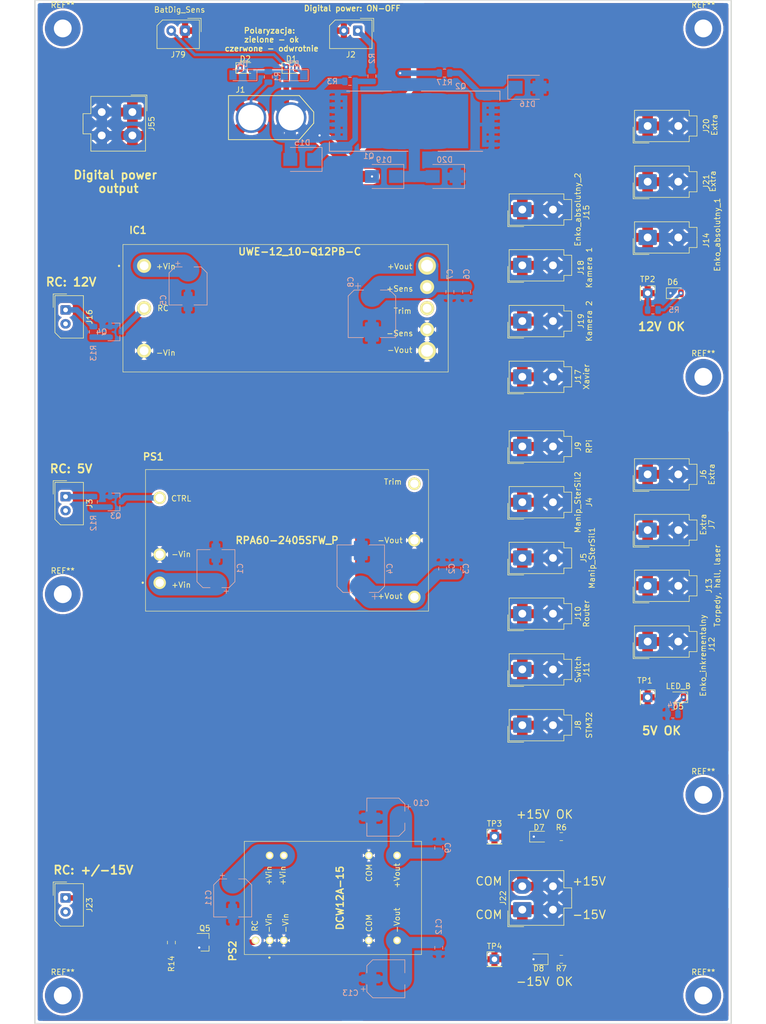
<source format=kicad_pcb>
(kicad_pcb (version 20171130) (host pcbnew "(5.0.2)-1")
  (layers (0 F.Cu signal) (31 B.Cu signal) (34 B.Paste user hide) (35 F.Paste user hide) (36 B.SilkS user) (37 F.SilkS user) (38 B.Mask user) (39 F.Mask user) (44 Edge.Cuts user))
  (net 0 "")
  (net 1 -BattDigit)
  (net 2 +BattDigit)
  (net 3 "Net-(C2-Pad1)")
  (net 4 "Net-(C6-Pad1)")
  (net 5 "Net-(C10-Pad1)")
  (net 6 "Net-(C12-Pad2)")
  (net 7 "Net-(D1-Pad2)")
  (net 8 /logika_main/-Batt)
  (net 9 "Net-(D5-Pad1)")
  (net 10 "Net-(D6-Pad2)")
  (net 11 "Net-(D7-Pad2)")
  (net 12 "Net-(D8-Pad1)")
  (net 13 "Net-(IC1-Pad2)")
  (net 14 "Net-(J2-Pad1)")
  (net 15 "Net-(J3-Pad1)")
  (net 16 "Net-(J16-Pad1)")
  (net 17 "Net-(J23-Pad1)")
  (net 18 "Net-(PS1-Pad3)")
  (net 19 "Net-(PS2-Pad1)")
  (net 20 "Net-(D2-Pad1)")
  (net 21 "Net-(D3-Pad2)")
  (net 22 "Net-(Q3-Pad1)")
  (net 23 "Net-(Q4-Pad1)")
  (net 24 "Net-(Q5-Pad1)")
  (net 25 "Net-(D15-Pad1)")
  (net 26 "Net-(D16-Pad1)")
  (net 27 "Net-(D19-Pad1)")
  (module MountingHole:MountingHole_3.2mm_M3_Pad (layer F.Cu) (at 138.494 155.896)
    (fp_text reference REF** (at 0 -4.2) (layer F.SilkS))
    (fp_text value MountingHole_3.2mm_M3_Pad)
    (pad 1 thru_hole circle (at 0 0) (size 6.4 6.4) (drill 3.2) (layers *.Cu *.Mask))
  )
  (module Connector_PinHeader_2.54mm:PinHeader_1x01_P2.54mm_Vertical (layer F.Cu) (at 128.494 65.896 270)
    (fp_text reference TP2 (at -2.5 0) (layer F.SilkS))
    (fp_text value D_12V)
    (pad 1 thru_hole rect (at 0 0 270) (size 1.7 1.7) (drill 1) (layers *.Cu *.Mask) (net 4 "Net-(C6-Pad1)"))
  )
  (module Resistor_SMD:R_0805_2012Metric (layer B.Cu) (at 78.994 26.9585 270)
    (fp_text reference R2 (at -3.175 0 270) (layer B.SilkS) (effects (justify mirror)))
    (fp_text value 100)
    (pad 1 smd roundrect (at -0.9375 0 270) (size 0.975 1.4) (layers B.Cu B.Paste B.Mask) (net 14 "Net-(J2-Pad1)"))
    (pad 2 smd roundrect (at 0.9375 0 270) (size 0.975 1.4) (layers B.Cu B.Paste B.Mask) (net 25 "Net-(D15-Pad1)"))
  )
  (module Resistor_SMD:R_0805_2012Metric (layer B.Cu) (at 75.0565 27.896 180)
    (fp_text reference R3 (at 3.175 0 180) (layer B.SilkS) (effects (justify mirror)))
    (fp_text value 10k)
    (pad 1 smd roundrect (at -0.9375 0 180) (size 0.975 1.4) (layers B.Cu B.Paste B.Mask) (net 25 "Net-(D15-Pad1)"))
    (pad 2 smd roundrect (at 0.9375 0 180) (size 0.975 1.4) (layers B.Cu B.Paste B.Mask) (net 8 /logika_main/-Batt))
  )
  (module DCW12A-15:DCW12A-15 (layer F.Cu) (at 71.994 174.396 90)
    (fp_text reference PS2 (at -9.5 -18 90) (layer F.SilkS) (effects (font (size 1.27 1.27) (thickness 0.254))))
    (fp_text value DCW12A-15 (at 0 1.27 90) (layer F.SilkS) (effects (font (size 1.27 1.27) (thickness 0.254))))
    (fp_text user RC (at -5 -14 90) (layer F.SilkS))
    (fp_text user -Vin (at -4.5 -11.5 90) (layer F.SilkS))
    (fp_text user -Vin (at -4.5 -8.5 90) (layer F.SilkS))
    (fp_text user +Vin (at 4 -11.5 90) (layer F.SilkS))
    (fp_text user +Vin (at 4 -9 90) (layer F.SilkS))
    (fp_text user COM (at -4.5 6.5 90) (layer F.SilkS))
    (fp_text user COM (at 4.5 6.5 90) (layer F.SilkS))
    (fp_text user -Vout (at -4 11.5 90) (layer F.SilkS))
    (fp_text user +Vout (at 4 11.5 90) (layer F.SilkS))
    (pad 2 thru_hole circle (at -7.62 -11.36 180) (size 1.4 1.4) (drill 0.9) (layers *.Cu *.Mask F.SilkS) (net 1 -BattDigit))
    (pad 3 thru_hole circle (at -7.62 -8.82 180) (size 1.4 1.4) (drill 0.9) (layers *.Cu *.Mask F.SilkS) (net 1 -BattDigit))
    (pad 9 thru_hole circle (at -7.62 6.44 180) (size 1.4 1.4) (drill 0.9) (layers *.Cu *.Mask F.SilkS) (net 1 -BattDigit))
    (pad 11 thru_hole circle (at -7.62 11.52 180) (size 1.4 1.4) (drill 0.9) (layers *.Cu *.Mask F.SilkS) (net 6 "Net-(C12-Pad2)"))
    (pad 14 thru_hole circle (at 7.62 11.52 180) (size 1.4 1.4) (drill 0.9) (layers *.Cu *.Mask F.SilkS) (net 5 "Net-(C10-Pad1)"))
    (pad 16 thru_hole circle (at 7.62 6.44 180) (size 1.4 1.4) (drill 0.9) (layers *.Cu *.Mask F.SilkS) (net 1 -BattDigit))
    (pad 22 thru_hole circle (at 7.62 -8.82 180) (size 1.4 1.4) (drill 0.9) (layers *.Cu *.Mask F.SilkS) (net 2 +BattDigit))
    (pad 23 thru_hole circle (at 7.62 -11.36 180) (size 1.4 1.4) (drill 0.9) (layers *.Cu *.Mask F.SilkS) (net 2 +BattDigit))
    (pad 1 thru_hole circle (at -7.62 -13.9 180) (size 1.4 1.4) (drill 0.9) (layers *.Cu *.Mask F.SilkS) (net 19 "Net-(PS2-Pad1)"))
  )
  (module UWE-12_10-Q12P-C:UWE-12_10-Q12P-C (layer F.Cu) (at 63.494 68.596)
    (fp_text reference IC1 (at -26.5 -14) (layer F.SilkS) (effects (font (size 1.27 1.27) (thickness 0.254))))
    (fp_text value UWE-12_10-Q12PB-C (at 2.54 -10.16) (layer F.SilkS) (effects (font (size 1.27 1.27) (thickness 0.254))))
    (fp_text user +Vin (at -21.5 -7.5) (layer F.SilkS))
    (fp_text user -Vin (at -21.5 8) (layer F.SilkS))
    (fp_text user RC (at -22 0) (layer F.SilkS))
    (fp_text user -Vout (at 20.5 7.5) (layer F.SilkS))
    (fp_text user +Vout (at 20.5 -7.5) (layer F.SilkS))
    (fp_text user +Sens (at 20.5 -3.5) (layer F.SilkS))
    (fp_text user -Sens (at 20.5 4.5) (layer F.SilkS))
    (fp_text user Trim (at 21 0.5) (layer F.SilkS))
    (pad 1 thru_hole circle (at -25.4 -7.62 90) (size 2.54 2.54) (drill 1.5748) (layers *.Cu *.Mask F.SilkS) (net 2 +BattDigit))
    (pad 2 thru_hole circle (at -25.4 0 90) (size 2.54 2.54) (drill 1.5748) (layers *.Cu *.Mask F.SilkS) (net 13 "Net-(IC1-Pad2)"))
    (pad 3 thru_hole circle (at -25.4 7.62 90) (size 2.54 2.54) (drill 1.5748) (layers *.Cu *.Mask F.SilkS) (net 1 -BattDigit))
    (pad 4 thru_hole circle (at 25.4 7.62 90) (size 3.2 3.2) (drill 2.1336) (layers *.Cu *.Mask F.SilkS) (net 1 -BattDigit))
    (pad 5 thru_hole circle (at 25.4 3.81 90) (size 2.54 2.54) (drill 1.5748) (layers *.Cu *.Mask F.SilkS) (net 1 -BattDigit))
    (pad 6 thru_hole circle (at 25.4 0 90) (size 2.54 2.54) (drill 1.5748) (layers *.Cu *.Mask F.SilkS))
    (pad 7 thru_hole circle (at 25.4 -3.81 90) (size 2.54 2.54) (drill 1.5748) (layers *.Cu *.Mask F.SilkS) (net 4 "Net-(C6-Pad1)"))
    (pad 8 thru_hole circle (at 25.4 -7.62 90) (size 3.2 3.2) (drill 2.1336) (layers *.Cu *.Mask F.SilkS) (net 4 "Net-(C6-Pad1)"))
  )
  (module LED_SMD:LED_0805_2012Metric (layer F.Cu) (at 133.534 65.896)
    (fp_text reference D6 (at -0.54 -2 180) (layer F.SilkS))
    (fp_text value LED_B)
    (pad 1 smd roundrect (at -0.9375 0) (size 0.975 1.4) (layers F.Cu F.Paste F.Mask) (net 1 -BattDigit))
    (pad 2 smd roundrect (at 0.9375 0) (size 0.975 1.4) (layers F.Cu F.Paste F.Mask) (net 10 "Net-(D6-Pad2)"))
  )
  (module molex_3d_2pin:Molex_Mini-Fit_Jr_5566-02A_2x01_P4.20mm_Vertical (layer F.Cu) (at 105.994 50.896 90)
    (fp_text reference J15 (at -0.5 11.5 90) (layer F.SilkS))
    (fp_text value Enko_absolutny_2 (at 0 9.95 90) (layer F.SilkS))
    (pad 1 thru_hole roundrect (at 0 0 90) (size 2.7 3.3) (drill 1.4) (layers *.Cu *.Mask) (roundrect_rratio 0.09259299999999999) (net 4 "Net-(C6-Pad1)"))
    (pad 2 thru_hole oval (at 0 5.5 90) (size 2.7 3.3) (drill 1.4) (layers *.Cu *.Mask) (net 1 -BattDigit))
  )
  (module molex_3d_2pin:Molex_Mini-Fit_Jr_5566-02A_2x01_P4.20mm_Vertical (layer F.Cu) (at 128.494 35.896 90)
    (fp_text reference J20 (at 0 10.52 90) (layer F.SilkS))
    (fp_text value Extra (at 0.18 12 90) (layer F.SilkS))
    (pad 1 thru_hole roundrect (at 0 0 90) (size 2.7 3.3) (drill 1.4) (layers *.Cu *.Mask) (roundrect_rratio 0.09259299999999999) (net 4 "Net-(C6-Pad1)"))
    (pad 2 thru_hole oval (at 0 5.5 90) (size 2.7 3.3) (drill 1.4) (layers *.Cu *.Mask) (net 1 -BattDigit))
  )
  (module molex_3d_2pin:Molex_Mini-Fit_Jr_5566-02A_2x01_P4.20mm_Vertical (layer F.Cu) (at 105.994 60.896 90)
    (fp_text reference J18 (at -0.42 10.5 90) (layer F.SilkS))
    (fp_text value "Kamera 1" (at -0.42 12 90) (layer F.SilkS))
    (pad 1 thru_hole roundrect (at 0 0 90) (size 2.7 3.3) (drill 1.4) (layers *.Cu *.Mask) (roundrect_rratio 0.09259299999999999) (net 4 "Net-(C6-Pad1)"))
    (pad 2 thru_hole oval (at 0 5.5 90) (size 2.7 3.3) (drill 1.4) (layers *.Cu *.Mask) (net 1 -BattDigit))
  )
  (module molex_3d_2pin:Molex_Mini-Fit_Jr_5566-02A_2x01_P4.20mm_Vertical (layer F.Cu) (at 105.994 80.896 90)
    (fp_text reference J17 (at 0 10 90) (layer F.SilkS))
    (fp_text value Xavier (at 0 11.5 90) (layer F.SilkS))
    (pad 2 thru_hole oval (at 0 5.5 90) (size 2.7 3.3) (drill 1.4) (layers *.Cu *.Mask) (net 1 -BattDigit))
    (pad 1 thru_hole roundrect (at 0 0 90) (size 2.7 3.3) (drill 1.4) (layers *.Cu *.Mask) (roundrect_rratio 0.09259299999999999) (net 4 "Net-(C6-Pad1)"))
  )
  (module molex_3d_2pin:Molex_Mini-Fit_Jr_5566-02A_2x01_P4.20mm_Vertical (layer F.Cu) (at 128.494 45.896 90)
    (fp_text reference J21 (at 0 10.52 90) (layer F.SilkS))
    (fp_text value Extra (at 0.075 11.695 90) (layer F.SilkS))
    (pad 2 thru_hole oval (at 0 5.5 90) (size 2.7 3.3) (drill 1.4) (layers *.Cu *.Mask) (net 1 -BattDigit))
    (pad 1 thru_hole roundrect (at 0 0 90) (size 2.7 3.3) (drill 1.4) (layers *.Cu *.Mask) (roundrect_rratio 0.09259299999999999) (net 4 "Net-(C6-Pad1)"))
  )
  (module molex_3d_2pin:Molex_Mini-Fit_Jr_5566-02A_2x01_P4.20mm_Vertical (layer F.Cu) (at 128.494 55.896 90)
    (fp_text reference J14 (at -0.5 10.5 90) (layer F.SilkS))
    (fp_text value Enko_absolutny_1 (at 0.5 12.5 90) (layer F.SilkS))
    (pad 2 thru_hole oval (at 0 5.5 90) (size 2.7 3.3) (drill 1.4) (layers *.Cu *.Mask) (net 1 -BattDigit))
    (pad 1 thru_hole roundrect (at 0 0 90) (size 2.7 3.3) (drill 1.4) (layers *.Cu *.Mask) (roundrect_rratio 0.09259299999999999) (net 4 "Net-(C6-Pad1)"))
  )
  (module molex_3d_2pin:Molex_Mini-Fit_Jr_5566-02A_2x01_P4.20mm_Vertical (layer F.Cu) (at 105.994 70.896 90)
    (fp_text reference J19 (at 0 10.52 90) (layer F.SilkS))
    (fp_text value "Kamera 2" (at 0 12 90) (layer F.SilkS))
    (pad 2 thru_hole oval (at 0 5.5 90) (size 2.7 3.3) (drill 1.4) (layers *.Cu *.Mask) (net 1 -BattDigit))
    (pad 1 thru_hole roundrect (at 0 0 90) (size 2.7 3.3) (drill 1.4) (layers *.Cu *.Mask) (roundrect_rratio 0.09259299999999999) (net 4 "Net-(C6-Pad1)"))
  )
  (module Connector_Molex:Molex_SPOX_5267-02A_1x02_P2.50mm_Vertical (layer F.Cu) (at 23.994 68.896 270)
    (fp_text reference J16 (at 1.25 -4.3 270) (layer F.SilkS))
    (fp_text value RC_D_12V)
    (pad 2 thru_hole oval (at 2.5 0 270) (size 1.7 1.85) (drill 0.85) (layers *.Cu *.Mask))
    (pad 1 thru_hole roundrect (at 0 0 270) (size 1.7 1.85) (drill 0.85) (layers *.Cu *.Mask) (roundrect_rratio 0.147059) (net 16 "Net-(J16-Pad1)"))
  )
  (module Resistor_SMD:R_0805_2012Metric (layer B.Cu) (at 28.994 72.8335 90)
    (fp_text reference R13 (at -3.81 0 90) (layer B.SilkS) (effects (justify mirror)))
    (fp_text value 3k3)
    (pad 2 smd roundrect (at 0.9375 0 90) (size 0.975 1.4) (layers B.Cu B.Paste B.Mask) (net 16 "Net-(J16-Pad1)"))
    (pad 1 smd roundrect (at -0.9375 0 90) (size 0.975 1.4) (layers B.Cu B.Paste B.Mask) (net 23 "Net-(Q4-Pad1)"))
  )
  (module Package_TO_SOT_SMD:SOT-23 (layer B.Cu) (at 32.994 72.846)
    (fp_text reference Q4 (at -2.54 0) (layer B.SilkS) (effects (justify mirror)))
    (fp_text value BC847A)
    (pad 3 smd rect (at 1 0) (size 0.9 0.8) (layers B.Cu B.Paste B.Mask) (net 13 "Net-(IC1-Pad2)"))
    (pad 2 smd rect (at -1 -0.95) (size 0.9 0.8) (layers B.Cu B.Paste B.Mask) (net 1 -BattDigit))
    (pad 1 smd rect (at -1 0.95) (size 0.9 0.8) (layers B.Cu B.Paste B.Mask) (net 23 "Net-(Q4-Pad1)"))
  )
  (module Resistor_SMD:R_0805_2012Metric (layer B.Cu) (at 129.4315 68.896 180)
    (fp_text reference R5 (at -3.81 0 180) (layer B.SilkS) (effects (justify mirror)))
    (fp_text value 1k8)
    (pad 1 smd roundrect (at -0.9375 0 180) (size 0.975 1.4) (layers B.Cu B.Paste B.Mask) (net 10 "Net-(D6-Pad2)"))
    (pad 2 smd roundrect (at 0.9375 0 180) (size 0.975 1.4) (layers B.Cu B.Paste B.Mask) (net 4 "Net-(C6-Pad1)"))
  )
  (module Capacitor_SMD:CP_Elec_6.3x5.4 (layer B.Cu) (at 50.994 115.316 90)
    (fp_text reference C1 (at 0 4.35 90) (layer B.SilkS) (effects (justify mirror)))
    (fp_text value 33uF)
    (pad 2 smd roundrect (at 2.8 0 90) (size 3.5 1.6) (layers B.Cu B.Paste B.Mask) (roundrect_rratio 0.15625) (net 1 -BattDigit))
    (pad 1 smd roundrect (at -2.8 0 90) (size 3.5 1.6) (layers B.Cu B.Paste B.Mask) (roundrect_rratio 0.15625) (net 2 +BattDigit))
  )
  (module Capacitor_SMD:C_0805_2012Metric (layer B.Cu) (at 91.694 115.316 90)
    (fp_text reference C2 (at 0 1.65 90) (layer B.SilkS) (effects (justify mirror)))
    (fp_text value 100nF)
    (pad 2 smd roundrect (at 0.9375 0 90) (size 0.975 1.4) (layers B.Cu B.Paste B.Mask) (net 1 -BattDigit))
    (pad 1 smd roundrect (at -0.9375 0 90) (size 0.975 1.4) (layers B.Cu B.Paste B.Mask) (net 3 "Net-(C2-Pad1)"))
  )
  (module Capacitor_SMD:CP_Elec_8x10 (layer B.Cu) (at 76.994 115.316 90)
    (fp_text reference C4 (at 0 5.2 90) (layer B.SilkS) (effects (justify mirror)))
    (fp_text value 200uF)
    (pad 1 smd roundrect (at -3.25 0 90) (size 3.5 2.5) (layers B.Cu B.Paste B.Mask) (roundrect_rratio 0.1) (net 3 "Net-(C2-Pad1)"))
    (pad 2 smd roundrect (at 3.25 0 90) (size 3.5 2.5) (layers B.Cu B.Paste B.Mask) (roundrect_rratio 0.1) (net 1 -BattDigit))
  )
  (module Capacitor_SMD:C_0805_2012Metric (layer B.Cu) (at 94.234 115.316 90)
    (fp_text reference C3 (at 0 1.65 90) (layer B.SilkS) (effects (justify mirror)))
    (fp_text value 10uF)
    (pad 2 smd roundrect (at 0.9375 0 90) (size 0.975 1.4) (layers B.Cu B.Paste B.Mask) (net 1 -BattDigit))
    (pad 1 smd roundrect (at -0.9375 0 90) (size 0.975 1.4) (layers B.Cu B.Paste B.Mask) (net 3 "Net-(C2-Pad1)"))
  )
  (module RPA60-2405SFW_P:RPA60-2405SFW_P (layer F.Cu) (at 63.754 110.236)
    (fp_text reference PS1 (at -24 -15) (layer F.SilkS) (effects (font (size 1.27 1.27) (thickness 0.254))))
    (fp_text value RPA60-2405SFW_P (at 0 0) (layer F.SilkS) (effects (font (size 1.27 1.27) (thickness 0.254))))
    (fp_text user +Vout (at 18.5 10) (layer F.SilkS))
    (fp_text user -Vout (at 18.5 0) (layer F.SilkS))
    (fp_text user Trim (at 19 -10.5) (layer F.SilkS))
    (fp_text user CTRL (at -19 -7.5) (layer F.SilkS))
    (fp_text user -Vin (at -19 2.5) (layer F.SilkS))
    (fp_text user +Vin (at -19 8) (layer F.SilkS))
    (pad 6 thru_hole circle (at 22.86 10.16 90) (size 2.25 2.25) (drill 1.5) (layers *.Cu *.Mask F.SilkS) (net 3 "Net-(C2-Pad1)"))
    (pad 5 thru_hole circle (at 22.86 0 90) (size 2.25 2.25) (drill 1.5) (layers *.Cu *.Mask F.SilkS) (net 1 -BattDigit))
    (pad 4 thru_hole circle (at 22.86 -10.16 90) (size 2.25 2.25) (drill 1.5) (layers *.Cu *.Mask F.SilkS))
    (pad 3 thru_hole circle (at -22.86 -7.62 90) (size 2.25 2.25) (drill 1.5) (layers *.Cu *.Mask F.SilkS) (net 18 "Net-(PS1-Pad3)"))
    (pad 2 thru_hole circle (at -22.86 2.54 90) (size 2.25 2.25) (drill 1.5) (layers *.Cu *.Mask F.SilkS) (net 1 -BattDigit))
    (pad 1 thru_hole circle (at -22.86 7.62 90) (size 2.25 2.25) (drill 1.5) (layers *.Cu *.Mask F.SilkS) (net 2 +BattDigit))
  )
  (module Capacitor_SMD:CP_Elec_6.3x5.4 (layer B.Cu) (at 45.994 64.596 270)
    (fp_text reference C5 (at 2.54 4.445 270) (layer B.SilkS) (effects (justify mirror)))
    (fp_text value 33uF)
    (pad 2 smd roundrect (at 2.8 0 270) (size 3.5 1.6) (layers B.Cu B.Paste B.Mask) (roundrect_rratio 0.15625) (net 1 -BattDigit))
    (pad 1 smd roundrect (at -2.8 0 270) (size 3.5 1.6) (layers B.Cu B.Paste B.Mask) (roundrect_rratio 0.15625) (net 2 +BattDigit))
  )
  (module Capacitor_SMD:C_0805_2012Metric (layer B.Cu) (at 95.994 65.6585 270)
    (fp_text reference C6 (at -3.175 0 270) (layer B.SilkS) (effects (justify mirror)))
    (fp_text value 100nF)
    (pad 2 smd roundrect (at 0.9375 0 270) (size 0.975 1.4) (layers B.Cu B.Paste B.Mask) (net 1 -BattDigit))
    (pad 1 smd roundrect (at -0.9375 0 270) (size 0.975 1.4) (layers B.Cu B.Paste B.Mask) (net 4 "Net-(C6-Pad1)"))
  )
  (module Capacitor_SMD:C_0805_2012Metric (layer B.Cu) (at 92.994 65.6585 270)
    (fp_text reference C7 (at -3.175 0 270) (layer B.SilkS) (effects (justify mirror)))
    (fp_text value 10uF)
    (pad 1 smd roundrect (at -0.9375 0 270) (size 0.975 1.4) (layers B.Cu B.Paste B.Mask) (net 4 "Net-(C6-Pad1)"))
    (pad 2 smd roundrect (at 0.9375 0 270) (size 0.975 1.4) (layers B.Cu B.Paste B.Mask) (net 1 -BattDigit))
  )
  (module Capacitor_SMD:CP_Elec_8x10 (layer B.Cu) (at 78.994 69.596 270)
    (fp_text reference C8 (at -5.715 3.81 270) (layer B.SilkS) (effects (justify mirror)))
    (fp_text value 200uF)
    (pad 2 smd roundrect (at 3.25 0 270) (size 3.5 2.5) (layers B.Cu B.Paste B.Mask) (roundrect_rratio 0.1) (net 1 -BattDigit))
    (pad 1 smd roundrect (at -3.25 0 270) (size 3.5 2.5) (layers B.Cu B.Paste B.Mask) (roundrect_rratio 0.1) (net 4 "Net-(C6-Pad1)"))
  )
  (module Capacitor_SMD:C_0805_2012Metric (layer B.Cu) (at 90.994 165.396 90)
    (fp_text reference C9 (at 0 1.65 90) (layer B.SilkS) (effects (justify mirror)))
    (fp_text value 100nF)
    (pad 1 smd roundrect (at -0.9375 0 90) (size 0.975 1.4) (layers B.Cu B.Paste B.Mask) (net 5 "Net-(C10-Pad1)"))
    (pad 2 smd roundrect (at 0.9375 0 90) (size 0.975 1.4) (layers B.Cu B.Paste B.Mask) (net 1 -BattDigit))
  )
  (module Capacitor_SMD:CP_Elec_6.3x7.7 (layer B.Cu) (at 81.494 159.896 180)
    (fp_text reference C10 (at -6.35 2.54 180) (layer B.SilkS) (effects (justify mirror)))
    (fp_text value 100uF)
    (pad 2 smd roundrect (at 2.7 0 180) (size 3.5 1.6) (layers B.Cu B.Paste B.Mask) (roundrect_rratio 0.15625) (net 1 -BattDigit))
    (pad 1 smd roundrect (at -2.7 0 180) (size 3.5 1.6) (layers B.Cu B.Paste B.Mask) (roundrect_rratio 0.15625) (net 5 "Net-(C10-Pad1)"))
  )
  (module Capacitor_SMD:CP_Elec_6.3x5.4 (layer B.Cu) (at 53.994 174.396 270)
    (fp_text reference C11 (at 0 4.35 270) (layer B.SilkS) (effects (justify mirror)))
    (fp_text value 33uF)
    (pad 1 smd roundrect (at -2.8 0 270) (size 3.5 1.6) (layers B.Cu B.Paste B.Mask) (roundrect_rratio 0.15625) (net 2 +BattDigit))
    (pad 2 smd roundrect (at 2.8 0 270) (size 3.5 1.6) (layers B.Cu B.Paste B.Mask) (roundrect_rratio 0.15625) (net 1 -BattDigit))
  )
  (module Capacitor_SMD:C_0805_2012Metric (layer B.Cu) (at 90.994 183.3335 90)
    (fp_text reference C12 (at 3.81 0 90) (layer B.SilkS) (effects (justify mirror)))
    (fp_text value 100nF)
    (pad 2 smd roundrect (at 0.9375 0 90) (size 0.975 1.4) (layers B.Cu B.Paste B.Mask) (net 6 "Net-(C12-Pad2)"))
    (pad 1 smd roundrect (at -0.9375 0 90) (size 0.975 1.4) (layers B.Cu B.Paste B.Mask) (net 1 -BattDigit))
  )
  (module Capacitor_SMD:CP_Elec_6.3x7.7 (layer B.Cu) (at 81.494 188.896)
    (fp_text reference C13 (at -6.35 2.54) (layer B.SilkS) (effects (justify mirror)))
    (fp_text value 100uF)
    (pad 1 smd roundrect (at -2.7 0) (size 3.5 1.6) (layers B.Cu B.Paste B.Mask) (roundrect_rratio 0.15625) (net 1 -BattDigit))
    (pad 2 smd roundrect (at 2.7 0) (size 3.5 1.6) (layers B.Cu B.Paste B.Mask) (roundrect_rratio 0.15625) (net 6 "Net-(C12-Pad2)"))
  )
  (module LED_SMD:LED_0805_2012Metric (layer F.Cu) (at 64.5465 25.496)
    (fp_text reference D1 (at 0 -1.65) (layer F.SilkS))
    (fp_text value LED_G)
    (pad 1 smd roundrect (at -0.9375 0) (size 0.975 1.4) (layers F.Cu F.Paste F.Mask) (net 8 /logika_main/-Batt))
    (pad 2 smd roundrect (at 0.9375 0) (size 0.975 1.4) (layers F.Cu F.Paste F.Mask) (net 7 "Net-(D1-Pad2)"))
  )
  (module LED_SMD:LED_0805_2012Metric (layer F.Cu) (at 56.2615 25.496)
    (fp_text reference D2 (at 0 -1.65) (layer F.SilkS))
    (fp_text value LED_R)
    (pad 2 smd roundrect (at 0.9375 0) (size 0.975 1.4) (layers F.Cu F.Paste F.Mask) (net 8 /logika_main/-Batt))
    (pad 1 smd roundrect (at -0.9375 0) (size 0.975 1.4) (layers F.Cu F.Paste F.Mask) (net 20 "Net-(D2-Pad1)"))
  )
  (module Diode_SMD:D_MiniMELF (layer B.Cu) (at 65.004 26.766 180)
    (fp_text reference D3 (at 0 2 180) (layer B.SilkS) (effects (justify mirror)))
    (fp_text value BAT48)
    (pad 2 smd rect (at 1.75 0 180) (size 1.3 1.7) (layers B.Cu B.Paste B.Mask) (net 21 "Net-(D3-Pad2)"))
    (pad 1 smd rect (at -1.75 0 180) (size 1.3 1.7) (layers B.Cu B.Paste B.Mask) (net 7 "Net-(D1-Pad2)"))
  )
  (module Diode_SMD:D_MiniMELF (layer B.Cu) (at 55.804 26.766 180)
    (fp_text reference D4 (at 0 2 180) (layer B.SilkS) (effects (justify mirror)))
    (fp_text value BAT48)
    (pad 2 smd rect (at 1.75 0 180) (size 1.3 1.7) (layers B.Cu B.Paste B.Mask) (net 20 "Net-(D2-Pad1)"))
    (pad 1 smd rect (at -1.75 0 180) (size 1.3 1.7) (layers B.Cu B.Paste B.Mask) (net 21 "Net-(D3-Pad2)"))
  )
  (module LED_SMD:LED_0805_2012Metric (layer F.Cu) (at 133.994 138.396 180)
    (fp_text reference D5 (at 0 -1.65 180) (layer F.SilkS))
    (fp_text value LED_B (at 0 2 180) (layer F.SilkS))
    (pad 1 smd roundrect (at -0.9375 0 180) (size 0.975 1.4) (layers F.Cu F.Paste F.Mask) (net 9 "Net-(D5-Pad1)"))
    (pad 2 smd roundrect (at 0.9375 0 180) (size 0.975 1.4) (layers F.Cu F.Paste F.Mask) (net 3 "Net-(C2-Pad1)"))
  )
  (module LED_SMD:LED_0805_2012Metric (layer F.Cu) (at 108.994 163.396)
    (fp_text reference D7 (at 0 -1.65) (layer F.SilkS))
    (fp_text value LED_B)
    (pad 1 smd roundrect (at -0.9375 0) (size 0.975 1.4) (layers F.Cu F.Paste F.Mask) (net 1 -BattDigit))
    (pad 2 smd roundrect (at 0.9375 0) (size 0.975 1.4) (layers F.Cu F.Paste F.Mask) (net 11 "Net-(D7-Pad2)"))
  )
  (module LED_SMD:LED_0805_2012Metric (layer F.Cu) (at 108.9315 185.396 180)
    (fp_text reference D8 (at 0 -1.65 180) (layer F.SilkS))
    (fp_text value LED_B)
    (pad 1 smd roundrect (at -0.9375 0 180) (size 0.975 1.4) (layers F.Cu F.Paste F.Mask) (net 12 "Net-(D8-Pad1)"))
    (pad 2 smd roundrect (at 0.9375 0 180) (size 0.975 1.4) (layers F.Cu F.Paste F.Mask) (net 1 -BattDigit))
  )
  (module power_connectors:XT60UPB-M (layer F.Cu) (at 60.894 34.396)
    (fp_text reference J1 (at -5.5 -5) (layer F.SilkS))
    (fp_text value "Battery digital")
    (pad 1 thru_hole circle (at -3.6 0) (size 5.5 5.5) (drill 4.6) (layers *.Cu *.Mask) (net 2 +BattDigit))
    (pad 2 thru_hole circle (at 3.6 0) (size 5.5 5.5) (drill 4.6) (layers *.Cu *.Mask) (net 8 /logika_main/-Batt))
  )
  (module Connector_Molex:Molex_SPOX_5267-02A_1x02_P2.50mm_Vertical (layer F.Cu) (at 76.454 18.796 180)
    (fp_text reference J2 (at 1.25 -4.3 180) (layer F.SilkS))
    (fp_text value "Digital power: ON-OFF" (at 1 4 180) (layer F.SilkS) (effects (font (thickness 0.2))))
    (pad 2 thru_hole oval (at 2.5 0 180) (size 1.7 1.85) (drill 0.85) (layers *.Cu *.Mask) (net 2 +BattDigit))
    (pad 1 thru_hole roundrect (at 0 0 180) (size 1.7 1.85) (drill 0.85) (layers *.Cu *.Mask) (roundrect_rratio 0.147059) (net 14 "Net-(J2-Pad1)"))
  )
  (module Connector_Molex:Molex_Mini-Fit_Jr_5566-04A_2x02_P4.20mm_Vertical (layer F.Cu) (at 105.994 176.496 90)
    (fp_text reference J22 (at 2.1 -3.45 90) (layer F.SilkS))
    (fp_text value hydrofony)
    (pad 1 thru_hole roundrect (at 0 0 90) (size 2.7 3.3) (drill 1.4) (layers *.Cu *.Mask) (roundrect_rratio 0.09259299999999999) (net 6 "Net-(C12-Pad2)"))
    (pad 2 thru_hole oval (at 4.2 0 90) (size 2.7 3.3) (drill 1.4) (layers *.Cu *.Mask) (net 5 "Net-(C10-Pad1)"))
    (pad 3 thru_hole oval (at 0 5.5 90) (size 2.7 3.3) (drill 1.4) (layers *.Cu *.Mask) (net 1 -BattDigit))
    (pad 4 thru_hole oval (at 4.2 5.5 90) (size 2.7 3.3) (drill 1.4) (layers *.Cu *.Mask) (net 1 -BattDigit))
  )
  (module Connector_Molex:Molex_Mini-Fit_Jr_5566-04A_2x02_P4.20mm_Vertical (layer F.Cu) (at 35.994 33.396 270)
    (fp_text reference J55 (at 2.1 -3.45 270) (layer F.SilkS))
    (fp_text value LP_OUT)
    (pad 4 thru_hole oval (at 4.2 5.5 270) (size 2.7 3.3) (drill 1.4) (layers *.Cu *.Mask) (net 1 -BattDigit))
    (pad 3 thru_hole oval (at 0 5.5 270) (size 2.7 3.3) (drill 1.4) (layers *.Cu *.Mask) (net 1 -BattDigit))
    (pad 2 thru_hole oval (at 4.2 0 270) (size 2.7 3.3) (drill 1.4) (layers *.Cu *.Mask) (net 2 +BattDigit))
    (pad 1 thru_hole roundrect (at 0 0 270) (size 2.7 3.3) (drill 1.4) (layers *.Cu *.Mask) (roundrect_rratio 0.09259299999999999) (net 2 +BattDigit))
  )
  (module Package_TO_SOT_SMD:Infineon_PG-HSOF-8-1 (layer B.Cu) (at 78.414 35.035196)
    (fp_text reference Q1 (at 0 6.25) (layer B.SilkS) (effects (justify mirror)))
    (fp_text value IPT004N03L)
    (pad 2 smd rect (at -4.25 -0.6 90) (size 8 0.8) (layers B.Cu B.Mask) (net 8 /logika_main/-Batt))
    (pad 1 smd rect (at -5.25 4.2 90) (size 0.8 2.8) (layers B.Cu B.Paste B.Mask) (net 25 "Net-(D15-Pad1)"))
    (pad 2 smd rect (at -5.25 3 90) (size 0.8 2.8) (layers B.Cu B.Paste B.Mask) (net 8 /logika_main/-Batt))
    (pad 2 smd rect (at -5.25 1.8 90) (size 0.8 2.8) (layers B.Cu B.Paste B.Mask) (net 8 /logika_main/-Batt))
    (pad 2 smd rect (at -5.25 -4.2 90) (size 0.8 2.8) (layers B.Cu B.Paste B.Mask) (net 8 /logika_main/-Batt))
    (pad 2 smd rect (at -5.25 -3 90) (size 0.8 2.8) (layers B.Cu B.Paste B.Mask) (net 8 /logika_main/-Batt))
    (pad 2 smd rect (at -5.25 -1.8 90) (size 0.8 2.8) (layers B.Cu B.Paste B.Mask) (net 8 /logika_main/-Batt))
    (pad 2 smd rect (at -5.25 -0.6 90) (size 0.8 2.8) (layers B.Cu B.Paste B.Mask) (net 8 /logika_main/-Batt))
    (pad 2 smd rect (at -5.25 0.6 90) (size 0.8 2.8) (layers B.Cu B.Paste B.Mask) (net 8 /logika_main/-Batt))
    (pad 3 smd rect (at 0.5 0 90) (size 9.7 3.7) (layers B.Cu B.Mask) (net 27 "Net-(D19-Pad1)"))
    (pad 3 smd rect (at 3.8 0 90) (size 8.7 2.9) (layers B.Cu B.Mask) (net 27 "Net-(D19-Pad1)"))
    (pad 3 smd rect (at 5.95 0 90) (size 10.1 1.4) (layers B.Cu B.Mask) (net 27 "Net-(D19-Pad1)"))
  )
  (module Package_TO_SOT_SMD:Infineon_PG-HSOF-8-1 (layer B.Cu) (at 94.924 35.035196 180)
    (fp_text reference Q2 (at 0 6.25 180) (layer B.SilkS) (effects (justify mirror)))
    (fp_text value IPT004N03L)
    (pad 2 smd rect (at -4.25 -0.6 270) (size 8 0.8) (layers B.Cu B.Mask) (net 1 -BattDigit))
    (pad 1 smd rect (at -5.25 4.2 270) (size 0.8 2.8) (layers B.Cu B.Paste B.Mask) (net 26 "Net-(D16-Pad1)"))
    (pad 2 smd rect (at -5.25 3 270) (size 0.8 2.8) (layers B.Cu B.Paste B.Mask) (net 1 -BattDigit))
    (pad 2 smd rect (at -5.25 1.8 270) (size 0.8 2.8) (layers B.Cu B.Paste B.Mask) (net 1 -BattDigit))
    (pad 2 smd rect (at -5.25 -4.2 270) (size 0.8 2.8) (layers B.Cu B.Paste B.Mask) (net 1 -BattDigit))
    (pad 2 smd rect (at -5.25 -3 270) (size 0.8 2.8) (layers B.Cu B.Paste B.Mask) (net 1 -BattDigit))
    (pad 2 smd rect (at -5.25 -1.8 270) (size 0.8 2.8) (layers B.Cu B.Paste B.Mask) (net 1 -BattDigit))
    (pad 2 smd rect (at -5.25 -0.6 270) (size 0.8 2.8) (layers B.Cu B.Paste B.Mask) (net 1 -BattDigit))
    (pad 2 smd rect (at -5.25 0.6 270) (size 0.8 2.8) (layers B.Cu B.Paste B.Mask) (net 1 -BattDigit))
    (pad 3 smd rect (at 0.5 0 270) (size 9.7 3.7) (layers B.Cu B.Mask) (net 27 "Net-(D19-Pad1)"))
    (pad 3 smd rect (at 3.8 0 270) (size 8.7 2.9) (layers B.Cu B.Mask) (net 27 "Net-(D19-Pad1)"))
    (pad 3 smd rect (at 5.95 0 270) (size 10.1 1.4) (layers B.Cu B.Mask) (net 27 "Net-(D19-Pad1)"))
  )
  (module Package_TO_SOT_SMD:SOT-23 (layer B.Cu) (at 32.994 103.346)
    (fp_text reference Q3 (at 0 2.5) (layer B.SilkS) (effects (justify mirror)))
    (fp_text value BC847A)
    (pad 3 smd rect (at 1 0) (size 0.9 0.8) (layers B.Cu B.Paste B.Mask) (net 18 "Net-(PS1-Pad3)"))
    (pad 2 smd rect (at -1 -0.95) (size 0.9 0.8) (layers B.Cu B.Paste B.Mask) (net 1 -BattDigit))
    (pad 1 smd rect (at -1 0.95) (size 0.9 0.8) (layers B.Cu B.Paste B.Mask) (net 22 "Net-(Q3-Pad1)"))
  )
  (module Package_TO_SOT_SMD:SOT-23 (layer F.Cu) (at 48.994 182.346)
    (fp_text reference Q5 (at 0 -2.5) (layer F.SilkS))
    (fp_text value BC847A)
    (pad 3 smd rect (at 1 0) (size 0.9 0.8) (layers F.Cu F.Paste F.Mask) (net 19 "Net-(PS2-Pad1)"))
    (pad 2 smd rect (at -1 0.95) (size 0.9 0.8) (layers F.Cu F.Paste F.Mask) (net 1 -BattDigit))
    (pad 1 smd rect (at -1 -0.95) (size 0.9 0.8) (layers F.Cu F.Paste F.Mask) (net 24 "Net-(Q5-Pad1)"))
  )
  (module Resistor_SMD:R_0805_2012Metric (layer B.Cu) (at 60.404 27.0985 90)
    (fp_text reference R1 (at 0 1.65 90) (layer B.SilkS) (effects (justify mirror)))
    (fp_text value 3k)
    (pad 2 smd roundrect (at 0.9375 0 90) (size 0.975 1.4) (layers B.Cu B.Paste B.Mask) (net 21 "Net-(D3-Pad2)"))
    (pad 1 smd roundrect (at -0.9375 0 90) (size 0.975 1.4) (layers B.Cu B.Paste B.Mask) (net 2 +BattDigit))
  )
  (module Resistor_SMD:R_0805_2012Metric (layer B.Cu) (at 132.994 141.396 180)
    (fp_text reference R4 (at 0 1.65 180) (layer B.SilkS) (effects (justify mirror)))
    (fp_text value 400)
    (pad 2 smd roundrect (at 0.9375 0 180) (size 0.975 1.4) (layers B.Cu B.Paste B.Mask) (net 1 -BattDigit))
    (pad 1 smd roundrect (at -0.9375 0 180) (size 0.975 1.4) (layers B.Cu B.Paste B.Mask) (net 9 "Net-(D5-Pad1)"))
  )
  (module Resistor_SMD:R_0805_2012Metric (layer F.Cu) (at 112.994 163.396)
    (fp_text reference R6 (at 0 -1.65) (layer F.SilkS))
    (fp_text value 2k4)
    (pad 2 smd roundrect (at 0.9375 0) (size 0.975 1.4) (layers F.Cu F.Paste F.Mask) (net 5 "Net-(C10-Pad1)"))
    (pad 1 smd roundrect (at -0.9375 0) (size 0.975 1.4) (layers F.Cu F.Paste F.Mask) (net 11 "Net-(D7-Pad2)"))
  )
  (module Resistor_SMD:R_0805_2012Metric (layer F.Cu) (at 112.994 185.396 180)
    (fp_text reference R7 (at 0 -1.65 180) (layer F.SilkS))
    (fp_text value 2k4)
    (pad 1 smd roundrect (at -0.9375 0 180) (size 0.975 1.4) (layers F.Cu F.Paste F.Mask) (net 6 "Net-(C12-Pad2)"))
    (pad 2 smd roundrect (at 0.9375 0 180) (size 0.975 1.4) (layers F.Cu F.Paste F.Mask) (net 12 "Net-(D8-Pad1)"))
  )
  (module Connector_PinHeader_2.54mm:PinHeader_1x01_P2.54mm_Vertical (layer F.Cu) (at 128.494 138.396 270)
    (fp_text reference TP1 (at -3 0.5) (layer F.SilkS))
    (fp_text value D_5V)
    (pad 1 thru_hole rect (at 0 0 270) (size 1.7 1.7) (drill 1) (layers *.Cu *.Mask) (net 3 "Net-(C2-Pad1)"))
  )
  (module Connector_PinHeader_2.54mm:PinHeader_1x01_P2.54mm_Vertical (layer F.Cu) (at 100.994 163.396)
    (fp_text reference TP3 (at 0 -2.33) (layer F.SilkS))
    (fp_text value D_5V)
    (pad 1 thru_hole rect (at 0 0) (size 1.7 1.7) (drill 1) (layers *.Cu *.Mask) (net 5 "Net-(C10-Pad1)"))
  )
  (module Connector_PinHeader_2.54mm:PinHeader_1x01_P2.54mm_Vertical (layer F.Cu) (at 100.994 185.396)
    (fp_text reference TP4 (at 0 -2.33) (layer F.SilkS))
    (fp_text value D_-5V)
    (pad 1 thru_hole rect (at 0 0) (size 1.7 1.7) (drill 1) (layers *.Cu *.Mask) (net 6 "Net-(C12-Pad2)"))
  )
  (module Connector_Molex:Molex_SPOX_5267-02A_1x02_P2.50mm_Vertical (layer F.Cu) (at 23.994 102.396 270)
    (fp_text reference J3 (at 1.25 -4.3 270) (layer F.SilkS))
    (fp_text value RC_D_5V)
    (pad 2 thru_hole oval (at 2.5 0 270) (size 1.7 1.85) (drill 0.85) (layers *.Cu *.Mask))
    (pad 1 thru_hole roundrect (at 0 0 270) (size 1.7 1.85) (drill 0.85) (layers *.Cu *.Mask) (roundrect_rratio 0.147059) (net 15 "Net-(J3-Pad1)"))
  )
  (module Connector_Molex:Molex_SPOX_5267-02A_1x02_P2.50mm_Vertical (layer F.Cu) (at 23.994 174.396 270)
    (fp_text reference J23 (at 1.25 -4.3 270) (layer F.SilkS))
    (fp_text value RC_D_15V)
    (pad 2 thru_hole oval (at 2.5 0 270) (size 1.7 1.85) (drill 0.85) (layers *.Cu *.Mask))
    (pad 1 thru_hole roundrect (at 0 0 270) (size 1.7 1.85) (drill 0.85) (layers *.Cu *.Mask) (roundrect_rratio 0.147059) (net 17 "Net-(J23-Pad1)"))
  )
  (module Resistor_SMD:R_0805_2012Metric (layer B.Cu) (at 28.994 103.3335 90)
    (fp_text reference R12 (at -3.81 0 90) (layer B.SilkS) (effects (justify mirror)))
    (fp_text value 3k3)
    (pad 2 smd roundrect (at 0.9375 0 90) (size 0.975 1.4) (layers B.Cu B.Paste B.Mask) (net 15 "Net-(J3-Pad1)"))
    (pad 1 smd roundrect (at -0.9375 0 90) (size 0.975 1.4) (layers B.Cu B.Paste B.Mask) (net 22 "Net-(Q3-Pad1)"))
  )
  (module Resistor_SMD:R_0805_2012Metric (layer F.Cu) (at 42.994 182.396 90)
    (fp_text reference R14 (at -3.81 0 90) (layer F.SilkS))
    (fp_text value 3k3)
    (pad 1 smd roundrect (at -0.9375 0 90) (size 0.975 1.4) (layers F.Cu F.Paste F.Mask) (net 24 "Net-(Q5-Pad1)"))
    (pad 2 smd roundrect (at 0.9375 0 90) (size 0.975 1.4) (layers F.Cu F.Paste F.Mask) (net 17 "Net-(J23-Pad1)"))
  )
  (module molex_3d_2pin:Molex_Mini-Fit_Jr_5566-02A_2x01_P4.20mm_Vertical (layer F.Cu) (at 105.994 103.396 90)
    (fp_text reference J4 (at 0 12 90) (layer F.SilkS))
    (fp_text value Manip_SterSil2 (at 0 9.95 90) (layer F.SilkS))
    (pad 1 thru_hole roundrect (at 0 0 90) (size 2.7 3.3) (drill 1.4) (layers *.Cu *.Mask) (roundrect_rratio 0.09259299999999999) (net 3 "Net-(C2-Pad1)"))
    (pad 2 thru_hole oval (at 0 5.5 90) (size 2.7 3.3) (drill 1.4) (layers *.Cu *.Mask) (net 1 -BattDigit))
  )
  (module molex_3d_2pin:Molex_Mini-Fit_Jr_5566-02A_2x01_P4.20mm_Vertical (layer F.Cu) (at 105.994 113.396 90)
    (fp_text reference J5 (at 0 11 90) (layer F.SilkS))
    (fp_text value Manip_SterSil1 (at 0 12.5 90) (layer F.SilkS))
    (pad 2 thru_hole oval (at 0 5.5 90) (size 2.7 3.3) (drill 1.4) (layers *.Cu *.Mask) (net 1 -BattDigit))
    (pad 1 thru_hole roundrect (at 0 0 90) (size 2.7 3.3) (drill 1.4) (layers *.Cu *.Mask) (roundrect_rratio 0.09259299999999999) (net 3 "Net-(C2-Pad1)"))
  )
  (module molex_3d_2pin:Molex_Mini-Fit_Jr_5566-02A_2x01_P4.20mm_Vertical (layer F.Cu) (at 128.494 98.396 90)
    (fp_text reference J6 (at 0 10 90) (layer F.SilkS))
    (fp_text value Extra (at 0 11.5 90) (layer F.SilkS))
    (pad 1 thru_hole roundrect (at 0 0 90) (size 2.7 3.3) (drill 1.4) (layers *.Cu *.Mask) (roundrect_rratio 0.09259299999999999) (net 3 "Net-(C2-Pad1)"))
    (pad 2 thru_hole oval (at 0 5.5 90) (size 2.7 3.3) (drill 1.4) (layers *.Cu *.Mask) (net 1 -BattDigit))
  )
  (module molex_3d_2pin:Molex_Mini-Fit_Jr_5566-02A_2x01_P4.20mm_Vertical (layer F.Cu) (at 128.494 108.396 90)
    (fp_text reference J7 (at 1 11.5 90) (layer F.SilkS))
    (fp_text value Extra (at 1 10 90) (layer F.SilkS))
    (pad 1 thru_hole roundrect (at 0 0 90) (size 2.7 3.3) (drill 1.4) (layers *.Cu *.Mask) (roundrect_rratio 0.09259299999999999) (net 3 "Net-(C2-Pad1)"))
    (pad 2 thru_hole oval (at 0 5.5 90) (size 2.7 3.3) (drill 1.4) (layers *.Cu *.Mask) (net 1 -BattDigit))
  )
  (module molex_3d_2pin:Molex_Mini-Fit_Jr_5566-02A_2x01_P4.20mm_Vertical (layer F.Cu) (at 105.994 143.396 90)
    (fp_text reference J8 (at 0 10 90) (layer F.SilkS))
    (fp_text value STM32 (at 0 12 90) (layer F.SilkS))
    (pad 2 thru_hole oval (at 0 5.5 90) (size 2.7 3.3) (drill 1.4) (layers *.Cu *.Mask) (net 1 -BattDigit))
    (pad 1 thru_hole roundrect (at 0 0 90) (size 2.7 3.3) (drill 1.4) (layers *.Cu *.Mask) (roundrect_rratio 0.09259299999999999) (net 3 "Net-(C2-Pad1)"))
  )
  (module molex_3d_2pin:Molex_Mini-Fit_Jr_5566-02A_2x01_P4.20mm_Vertical (layer F.Cu) (at 105.994 93.396 90)
    (fp_text reference J9 (at 0 10 90) (layer F.SilkS))
    (fp_text value RPi (at 0 12 90) (layer F.SilkS))
    (pad 2 thru_hole oval (at 0 5.5 90) (size 2.7 3.3) (drill 1.4) (layers *.Cu *.Mask) (net 1 -BattDigit))
    (pad 1 thru_hole roundrect (at 0 0 90) (size 2.7 3.3) (drill 1.4) (layers *.Cu *.Mask) (roundrect_rratio 0.09259299999999999) (net 3 "Net-(C2-Pad1)"))
  )
  (module molex_3d_2pin:Molex_Mini-Fit_Jr_5566-02A_2x01_P4.20mm_Vertical (layer F.Cu) (at 105.994 123.396 90)
    (fp_text reference J10 (at 0 10 90) (layer F.SilkS))
    (fp_text value Router (at 0 11.5 90) (layer F.SilkS))
    (pad 1 thru_hole roundrect (at 0 0 90) (size 2.7 3.3) (drill 1.4) (layers *.Cu *.Mask) (roundrect_rratio 0.09259299999999999) (net 3 "Net-(C2-Pad1)"))
    (pad 2 thru_hole oval (at 0 5.5 90) (size 2.7 3.3) (drill 1.4) (layers *.Cu *.Mask) (net 1 -BattDigit))
  )
  (module molex_3d_2pin:Molex_Mini-Fit_Jr_5566-02A_2x01_P4.20mm_Vertical (layer F.Cu) (at 105.994 133.396 90)
    (fp_text reference J11 (at 0 11.5 90) (layer F.SilkS))
    (fp_text value Switch (at 0 10 90) (layer F.SilkS))
    (pad 2 thru_hole oval (at 0 5.5 90) (size 2.7 3.3) (drill 1.4) (layers *.Cu *.Mask) (net 1 -BattDigit))
    (pad 1 thru_hole roundrect (at 0 0 90) (size 2.7 3.3) (drill 1.4) (layers *.Cu *.Mask) (roundrect_rratio 0.09259299999999999) (net 3 "Net-(C2-Pad1)"))
  )
  (module molex_3d_2pin:Molex_Mini-Fit_Jr_5566-02A_2x01_P4.20mm_Vertical (layer F.Cu) (at 128.494 128.396 90)
    (fp_text reference J12 (at -0.5 11.5 90) (layer F.SilkS))
    (fp_text value Enko_inkrementalny (at -2.5 9.95 90) (layer F.SilkS))
    (pad 1 thru_hole roundrect (at 0 0 90) (size 2.7 3.3) (drill 1.4) (layers *.Cu *.Mask) (roundrect_rratio 0.09259299999999999) (net 3 "Net-(C2-Pad1)"))
    (pad 2 thru_hole oval (at 0 5.5 90) (size 2.7 3.3) (drill 1.4) (layers *.Cu *.Mask) (net 1 -BattDigit))
  )
  (module molex_3d_2pin:Molex_Mini-Fit_Jr_5566-02A_2x01_P4.20mm_Vertical (layer F.Cu) (at 128.494 118.396 90)
    (fp_text reference J13 (at 0 11 90) (layer F.SilkS))
    (fp_text value "Torpedy, hall, laser" (at 0 12.5 90) (layer F.SilkS))
    (pad 1 thru_hole roundrect (at 0 0 90) (size 2.7 3.3) (drill 1.4) (layers *.Cu *.Mask) (roundrect_rratio 0.09259299999999999) (net 3 "Net-(C2-Pad1)"))
    (pad 2 thru_hole oval (at 0 5.5 90) (size 2.7 3.3) (drill 1.4) (layers *.Cu *.Mask) (net 1 -BattDigit))
  )
  (module MountingHole:MountingHole_3.2mm_M3_Pad (layer F.Cu) (at 23.494 18.396)
    (fp_text reference REF** (at 0 -4.2) (layer F.SilkS))
    (fp_text value MountingHole_3.2mm_M3_Pad)
    (pad 1 thru_hole circle (at 0 0) (size 6.4 6.4) (drill 3.2) (layers *.Cu *.Mask))
  )
  (module MountingHole:MountingHole_3.2mm_M3_Pad (layer F.Cu) (at 138.494 18.396)
    (fp_text reference REF** (at 0 -4.2) (layer F.SilkS))
    (fp_text value MountingHole_3.2mm_M3_Pad)
    (pad 1 thru_hole circle (at 0 0) (size 6.4 6.4) (drill 3.2) (layers *.Cu *.Mask))
  )
  (module MountingHole:MountingHole_3.2mm_M3_Pad (layer F.Cu) (at 23.494 119.896)
    (fp_text reference REF** (at 0 -4.2) (layer F.SilkS))
    (fp_text value MountingHole_3.2mm_M3_Pad)
    (pad 1 thru_hole circle (at 0 0) (size 6.4 6.4) (drill 3.2) (layers *.Cu *.Mask))
  )
  (module MountingHole:MountingHole_3.2mm_M3_Pad (layer F.Cu) (at 138.494 80.896)
    (fp_text reference REF** (at 0 -4.2) (layer F.SilkS))
    (fp_text value MountingHole_3.2mm_M3_Pad)
    (pad 1 thru_hole circle (at 0 0) (size 6.4 6.4) (drill 3.2) (layers *.Cu *.Mask))
  )
  (module MountingHole:MountingHole_3.2mm_M3_Pad (layer F.Cu) (at 138.494 191.896)
    (fp_text reference REF** (at 0 -4.2) (layer F.SilkS))
    (fp_text value MountingHole_3.2mm_M3_Pad)
    (pad 1 thru_hole circle (at 0 0) (size 6.4 6.4) (drill 3.2) (layers *.Cu *.Mask))
  )
  (module MountingHole:MountingHole_3.2mm_M3_Pad (layer F.Cu) (at 23.494 191.896)
    (fp_text reference REF** (at 0 -4.2) (layer F.SilkS))
    (fp_text value MountingHole_3.2mm_M3_Pad)
    (pad 1 thru_hole circle (at 0 0) (size 6.4 6.4) (drill 3.2) (layers *.Cu *.Mask))
  )
  (module Diode_SMD:D_SMB (layer B.Cu) (at 66.494 41.896 180)
    (fp_text reference D15 (at 0 3 180) (layer B.SilkS) (effects (justify mirror)))
    (fp_text value D_TVS)
    (pad 2 smd rect (at 2.15 0 180) (size 2.5 2.3) (layers B.Cu B.Paste B.Mask) (net 8 /logika_main/-Batt))
    (pad 1 smd rect (at -2.15 0 180) (size 2.5 2.3) (layers B.Cu B.Paste B.Mask) (net 25 "Net-(D15-Pad1)"))
  )
  (module Diode_SMD:D_SMB (layer B.Cu) (at 106.934 28.956)
    (fp_text reference D16 (at 0 3) (layer B.SilkS) (effects (justify mirror)))
    (fp_text value D_TVS)
    (pad 1 smd rect (at -2.15 0) (size 2.5 2.3) (layers B.Cu B.Paste B.Mask) (net 26 "Net-(D16-Pad1)"))
    (pad 2 smd rect (at 2.15 0) (size 2.5 2.3) (layers B.Cu B.Paste B.Mask) (net 1 -BattDigit))
  )
  (module Resistor_SMD:R_0805_2012Metric (layer B.Cu) (at 92.0265 26.416)
    (fp_text reference R17 (at 0 1.65) (layer B.SilkS) (effects (justify mirror)))
    (fp_text value 100)
    (pad 1 smd roundrect (at -0.9375 0) (size 0.975 1.4) (layers B.Cu B.Paste B.Mask) (net 2 +BattDigit))
    (pad 2 smd roundrect (at 0.9375 0) (size 0.975 1.4) (layers B.Cu B.Paste B.Mask) (net 26 "Net-(D16-Pad1)"))
  )
  (module Diode_SMD:D_SMB (layer B.Cu) (at 81.162 44.958 180)
    (fp_text reference D19 (at 0 3 180) (layer B.SilkS) (effects (justify mirror)))
    (fp_text value D_TVS)
    (pad 1 smd rect (at -2.15 0 180) (size 2.5 2.3) (layers B.Cu B.Paste B.Mask) (net 27 "Net-(D19-Pad1)"))
    (pad 2 smd rect (at 2.15 0 180) (size 2.5 2.3) (layers B.Cu B.Paste B.Mask) (net 8 /logika_main/-Batt))
  )
  (module Diode_SMD:D_SMB (layer B.Cu) (at 92.066 44.958 180)
    (fp_text reference D20 (at 0 3 180) (layer B.SilkS) (effects (justify mirror)))
    (fp_text value D_TVS)
    (pad 2 smd rect (at 2.15 0 180) (size 2.5 2.3) (layers B.Cu B.Paste B.Mask) (net 27 "Net-(D19-Pad1)"))
    (pad 1 smd rect (at -2.15 0 180) (size 2.5 2.3) (layers B.Cu B.Paste B.Mask) (net 1 -BattDigit))
  )
  (module Connector_Molex:Molex_SPOX_5267-02A_1x02_P2.50mm_Vertical (layer F.Cu) (at 45.466 18.796 180)
    (fp_text reference J79 (at 1.25 -4.3 180) (layer F.SilkS))
    (fp_text value BatDig_Sens (at 1 3.75 180) (layer F.SilkS))
    (pad 2 thru_hole oval (at 2.5 0 180) (size 1.7 1.85) (drill 0.85) (layers *.Cu *.Mask) (net 8 /logika_main/-Batt))
    (pad 1 thru_hole roundrect (at 0 0 180) (size 1.7 1.85) (drill 0.85) (layers *.Cu *.Mask) (roundrect_rratio 0.147059) (net 2 +BattDigit))
  )
  (gr_text "Polaryzacja: \nzielone - ok\nczerwone - odwrotnie" (at 60.994 20.396) (layer F.SilkS) (effects (font (size 1 1) (thickness 0.2))))
  (gr_text "5V OK" (at 130.994 144.396) (layer F.SilkS) (effects (font (size 1.5 1.5) (thickness 0.3))))
  (gr_text "12V OK" (at 130.994 71.896) (layer F.SilkS) (effects (font (size 1.5 1.5) (thickness 0.3))))
  (gr_text "Digital power \noutput" (at 33.494 45.896) (layer F.SilkS) (effects (font (size 1.5 1.5) (thickness 0.3))))
  (gr_text "RC: 12V" (at 24.994 63.896) (layer F.SilkS) (effects (font (size 1.5 1.5) (thickness 0.3))))
  (gr_text "RC: 5V" (at 24.994 97.396) (layer F.SilkS) (effects (font (size 1.5 1.5) (thickness 0.3))))
  (gr_text "RC: +/-15V" (at 28.994 169.396) (layer F.SilkS) (effects (font (size 1.5 1.5) (thickness 0.3))))
  (gr_text COM (at 99.994 177.396) (layer F.SilkS) (effects (font (size 1.5 1.5) (thickness 0.2))))
  (gr_text COM (at 99.994 171.396) (layer F.SilkS) (effects (font (size 1.5 1.5) (thickness 0.2))))
  (gr_text -15V (at 117.994 177.396) (layer F.SilkS) (effects (font (size 1.5 1.5) (thickness 0.2))))
  (gr_text +15V (at 117.994 171.396) (layer F.SilkS) (effects (font (size 1.5 1.5) (thickness 0.2))))
  (gr_text "-15V OK" (at 109.994 189.396) (layer F.SilkS) (effects (font (size 1.5 1.5) (thickness 0.2))))
  (gr_text "+15V OK" (at 109.994 159.396) (layer F.SilkS) (effects (font (size 1.5 1.5) (thickness 0.2))))
  (gr_line (start 143.494 196.896) (end 18.494 196.896) (layer Edge.Cuts) (width 0.1))
  (gr_line (start 18.494 196.896) (end 18.494 13.396) (layer Edge.Cuts) (width 0.2))
  (gr_line (start 143.494 13.396) (end 143.494 196.896) (layer Edge.Cuts) (width 0.2))
  (gr_line (start 18.494 13.396) (end 143.494 13.396) (layer Edge.Cuts) (width 0.1))
  (via (at 132.5965 65.896) (size 0.8) (drill 0.4) (layers F.Cu B.Cu) (net 1))
  (via (at 108.0565 163.396) (size 0.8) (drill 0.4) (layers F.Cu B.Cu) (net 1))
  (via (at 107.994 185.396) (size 0.8) (drill 0.4) (layers F.Cu B.Cu) (net 1))
  (via (at 47.994 183.296) (size 0.8) (drill 0.4) (layers F.Cu B.Cu) (net 1))
  (segment (start 57.294 31.146) (end 57.294 34.396) (width 0.5) (layer B.Cu) (net 2))
  (segment (start 60.404 28.036) (end 57.294 31.146) (width 0.5) (layer B.Cu) (net 2))
  (segment (start 45.174 60.976) (end 45.994 61.796) (width 4) (layer B.Cu) (net 2))
  (segment (start 38.094 60.976) (end 45.174 60.976) (width 4) (layer B.Cu) (net 2))
  (segment (start 41.154 118.116) (end 40.894 117.856) (width 4) (layer B.Cu) (net 2))
  (segment (start 50.994 118.116) (end 41.154 118.116) (width 4) (layer B.Cu) (net 2))
  (segment (start 63.174 166.776) (end 60.634 166.776) (width 4) (layer B.Cu) (net 2))
  (segment (start 58.814 166.776) (end 53.994 171.596) (width 4) (layer B.Cu) (net 2))
  (segment (start 60.634 166.776) (end 58.814 166.776) (width 4) (layer B.Cu) (net 2))
  (via (at 84.074 26.416) (size 0.8) (drill 0.4) (layers F.Cu B.Cu) (net 2))
  (segment (start 91.089 26.416) (end 84.074 26.416) (width 1) (layer B.Cu) (net 2))
  (segment (start 78.824 120.396) (end 76.994 118.566) (width 4) (layer B.Cu) (net 3))
  (segment (start 86.614 120.396) (end 78.824 120.396) (width 4) (layer B.Cu) (net 3))
  (segment (start 90.7565 116.2535) (end 86.614 120.396) (width 2) (layer B.Cu) (net 3))
  (segment (start 91.694 116.2535) (end 90.7565 116.2535) (width 2) (layer B.Cu) (net 3))
  (segment (start 91.694 116.2535) (end 94.234 116.2535) (width 2) (layer B.Cu) (net 3))
  (segment (start 133.0565 138.396) (end 128.494 138.396) (width 0.5) (layer F.Cu) (net 3))
  (segment (start 80.554 64.786) (end 88.894 64.786) (width 4) (layer B.Cu) (net 4))
  (segment (start 78.994 66.346) (end 80.554 64.786) (width 4) (layer B.Cu) (net 4))
  (segment (start 88.894 60.976) (end 88.894 64.786) (width 4) (layer B.Cu) (net 4))
  (segment (start 88.959 64.721) (end 88.894 64.786) (width 2) (layer B.Cu) (net 4))
  (segment (start 95.994 64.721) (end 88.959 64.721) (width 2) (layer B.Cu) (net 4))
  (segment (start 128.494 68.896) (end 128.494 65.896) (width 0.5) (layer B.Cu) (net 4))
  (segment (start 83.9565 166.3335) (end 83.514 166.776) (width 2) (layer B.Cu) (net 5))
  (segment (start 90.994 166.3335) (end 83.9565 166.3335) (width 2) (layer B.Cu) (net 5))
  (segment (start 84.194 166.096) (end 83.514 166.776) (width 4) (layer B.Cu) (net 5))
  (segment (start 84.194 159.896) (end 84.194 166.096) (width 4) (layer B.Cu) (net 5))
  (segment (start 83.894 182.396) (end 83.514 182.016) (width 2) (layer B.Cu) (net 6))
  (segment (start 90.994 182.396) (end 83.894 182.396) (width 2) (layer B.Cu) (net 6))
  (segment (start 84.194 182.696) (end 83.514 182.016) (width 4) (layer B.Cu) (net 6))
  (segment (start 84.194 188.896) (end 84.194 182.696) (width 4) (layer B.Cu) (net 6))
  (via (at 65.484 25.496) (size 0.8) (drill 0.4) (layers F.Cu B.Cu) (net 7))
  (segment (start 66.754 26.766) (end 65.484 25.496) (width 0.5) (layer B.Cu) (net 7))
  (segment (start 57.199 25.496) (end 63.609 25.496) (width 0.5) (layer F.Cu) (net 8))
  (segment (start 74.119 27.896) (end 71.164 27.896) (width 1) (layer B.Cu) (net 8))
  (segment (start 71.164 27.896) (end 68.834 30.226) (width 1) (layer B.Cu) (net 8))
  (segment (start 68.834 30.226) (end 68.834 31.496) (width 1) (layer B.Cu) (net 8))
  (segment (start 64.344 41.896) (end 64.344 41.046) (width 2) (layer B.Cu) (net 8))
  (segment (start 64.344 34.546) (end 64.494 34.396) (width 2) (layer B.Cu) (net 8))
  (segment (start 64.344 41.896) (end 64.344 34.546) (width 2) (layer B.Cu) (net 8))
  (segment (start 42.822 18.702) (end 42.822 18.777) (width 0.5) (layer B.Cu) (net 8))
  (segment (start 63.609 33.511) (end 64.494 34.396) (width 1) (layer F.Cu) (net 8))
  (segment (start 63.609 25.496) (end 63.609 33.511) (width 1) (layer F.Cu) (net 8))
  (via (at 69.596 37.592) (size 0.8) (drill 0.4) (layers F.Cu B.Cu) (net 8))
  (segment (start 76.962 44.958) (end 69.596 37.592) (width 2) (layer F.Cu) (net 8))
  (via (at 79.012 44.958) (size 0.8) (drill 0.4) (layers F.Cu B.Cu) (net 8))
  (segment (start 76.962 44.958) (end 79.012 44.958) (width 2) (layer F.Cu) (net 8))
  (segment (start 61.407002 23.114) (end 63.609 25.315998) (width 0.5) (layer B.Cu) (net 8))
  (segment (start 47.209 23.114) (end 61.407002 23.114) (width 0.5) (layer B.Cu) (net 8))
  (segment (start 42.966 18.871) (end 47.209 23.114) (width 0.5) (layer B.Cu) (net 8))
  (segment (start 42.966 18.796) (end 42.966 18.871) (width 0.5) (layer B.Cu) (net 8))
  (via (at 63.609 25.315998) (size 0.8) (drill 0.4) (layers F.Cu B.Cu) (net 8))
  (via (at 134.9315 138.396) (size 0.8) (drill 0.4) (layers F.Cu B.Cu) (net 9))
  (segment (start 133.9315 141.396) (end 133.9315 139.396) (width 0.5) (layer B.Cu) (net 9))
  (segment (start 133.9315 139.396) (end 134.9315 138.396) (width 0.5) (layer B.Cu) (net 9))
  (segment (start 134.494 65.9185) (end 134.4715 65.896) (width 0.5) (layer F.Cu) (net 10))
  (via (at 134.4715 65.896) (size 0.8) (drill 0.4) (layers F.Cu B.Cu) (net 10))
  (segment (start 130.369 68.896) (end 131.4715 68.896) (width 0.5) (layer B.Cu) (net 10))
  (segment (start 131.4715 68.896) (end 134.4715 65.896) (width 0.5) (layer B.Cu) (net 10))
  (segment (start 109.9315 163.396) (end 112.0565 163.396) (width 1) (layer F.Cu) (net 11))
  (segment (start 109.869 185.396) (end 112.0565 185.396) (width 1) (layer F.Cu) (net 12))
  (segment (start 33.994 72.696) (end 38.094 68.596) (width 1) (layer B.Cu) (net 13))
  (segment (start 33.994 72.846) (end 33.994 72.696) (width 1) (layer B.Cu) (net 13))
  (segment (start 78.994 21.336) (end 76.454 18.796) (width 1) (layer B.Cu) (net 14))
  (segment (start 78.994 26.021) (end 78.994 21.336) (width 1) (layer B.Cu) (net 14))
  (segment (start 23.994 102.396) (end 28.994 102.396) (width 1) (layer B.Cu) (net 15))
  (segment (start 25.994 68.896) (end 28.994 71.896) (width 1) (layer B.Cu) (net 16))
  (segment (start 25.994 68.896) (end 23.994 68.896) (width 1) (layer B.Cu) (net 16))
  (segment (start 42.994 181.4585) (end 34.0565 181.4585) (width 1) (layer F.Cu) (net 17))
  (segment (start 34.0565 181.4585) (end 26.994 174.396) (width 1) (layer F.Cu) (net 17))
  (segment (start 26.994 174.396) (end 23.994 174.396) (width 1) (layer F.Cu) (net 17))
  (segment (start 34.724 102.616) (end 33.994 103.346) (width 1) (layer B.Cu) (net 18))
  (segment (start 40.894 102.616) (end 34.724 102.616) (width 1) (layer B.Cu) (net 18))
  (segment (start 57.764 182.346) (end 58.094 182.016) (width 1) (layer F.Cu) (net 19))
  (segment (start 49.994 182.346) (end 57.764 182.346) (width 1) (layer F.Cu) (net 19))
  (via (at 55.324 25.496) (size 0.8) (drill 0.4) (layers F.Cu B.Cu) (net 20))
  (segment (start 54.054 26.766) (end 55.324 25.496) (width 0.5) (layer B.Cu) (net 20))
  (segment (start 62.649 26.161) (end 63.254 26.766) (width 0.5) (layer B.Cu) (net 21))
  (segment (start 60.404 26.161) (end 62.649 26.161) (width 0.5) (layer B.Cu) (net 21))
  (segment (start 58.159 26.161) (end 57.554 26.766) (width 0.5) (layer B.Cu) (net 21))
  (segment (start 60.404 26.161) (end 58.159 26.161) (width 0.5) (layer B.Cu) (net 21))
  (segment (start 31.969 104.271) (end 31.994 104.296) (width 1) (layer B.Cu) (net 22))
  (segment (start 28.994 104.271) (end 31.969 104.271) (width 1) (layer B.Cu) (net 22))
  (segment (start 31.969 73.771) (end 31.994 73.796) (width 1) (layer B.Cu) (net 23))
  (segment (start 28.994 73.771) (end 31.969 73.771) (width 1) (layer B.Cu) (net 23))
  (segment (start 44.0565 183.3335) (end 42.994 183.3335) (width 1) (layer F.Cu) (net 24))
  (segment (start 47.994 181.396) (end 45.994 181.396) (width 1) (layer F.Cu) (net 24))
  (segment (start 45.994 181.396) (end 44.0565 183.3335) (width 1) (layer F.Cu) (net 24))
  (segment (start 78.994 27.896) (end 75.994 27.896) (width 1) (layer B.Cu) (net 25))
  (segment (start 75.994 37.396) (end 75.994 27.896) (width 1) (layer B.Cu) (net 25))
  (segment (start 75.994 38.265198) (end 75.994 37.396) (width 1) (layer B.Cu) (net 25))
  (segment (start 75.024002 39.235196) (end 75.994 38.265198) (width 1) (layer B.Cu) (net 25))
  (segment (start 73.164 39.235196) (end 75.024002 39.235196) (width 1) (layer B.Cu) (net 25))
  (segment (start 72.134 39.896) (end 74.494 39.896) (width 2) (layer B.Cu) (net 25))
  (segment (start 68.644 41.896) (end 70.644 39.896) (width 2) (layer B.Cu) (net 25))
  (segment (start 70.644 39.896) (end 72.134 39.896) (width 2) (layer B.Cu) (net 25))
  (segment (start 94.754804 26.416) (end 92.964 26.416) (width 1) (layer B.Cu) (net 26))
  (segment (start 100.174 30.835196) (end 99.174 30.835196) (width 1) (layer B.Cu) (net 26))
  (segment (start 104.784 28.956) (end 104.394 28.956) (width 2) (layer B.Cu) (net 26))
  (segment (start 103.124 30.226) (end 98.564804 30.226) (width 2) (layer B.Cu) (net 26))
  (segment (start 104.394 28.956) (end 103.124 30.226) (width 2) (layer B.Cu) (net 26))
  (segment (start 99.174 30.835196) (end 98.564804 30.226) (width 1) (layer B.Cu) (net 26))
  (segment (start 98.564804 30.226) (end 94.754804 26.416) (width 1) (layer B.Cu) (net 26))
  (segment (start 91.124 35.035196) (end 86.614 35.035196) (width 10) (layer B.Cu) (net 27))
  (segment (start 86.614 35.035196) (end 82.214 35.035196) (width 10) (layer B.Cu) (net 27))
  (segment (start 86.614 44.958) (end 86.614 35.035196) (width 2) (layer B.Cu) (net 27))
  (segment (start 86.614 44.958) (end 83.312 44.958) (width 2) (layer B.Cu) (net 27))
  (segment (start 86.614 44.958) (end 89.916 44.958) (width 2) (layer B.Cu) (net 27))
  (zone (net 2) (net_name +BattDigit) (layer F.Cu) (connect_pads (clearance 0.4)) (min_thickness 0.254) (fill yes (arc_segments 32) (thermal_gap 0.4) (thermal_bridge_width 2) (smoothing fillet) (radius 3))
    (polygon (pts (xy 18.494 13.396) (xy 85.994 13.396) (xy 85.994 28.896) (xy 74.994 42.396) (xy 74.994 138.396) (xy 74.994 150.896) (xy 74.994 196.896) (xy 18.494 196.896)))
  )
  (zone (net 3) (net_name "Net-(C2-Pad1)") (layer F.Cu) (connect_pads (clearance 0.4)) (min_thickness 0.254) (fill yes (arc_segments 32) (thermal_gap 0.4) (thermal_bridge_width 2) (smoothing fillet) (radius 3))
    (polygon (pts (xy 143.494 89.396) (xy 75.994 89.396) (xy 75.994 138.896) (xy 75.994 149.396) (xy 143.494 149.396)))
  )
  (zone (net 5) (net_name "Net-(C10-Pad1)") (layer F.Cu) (connect_pads (clearance 0.4)) (min_thickness 0.254) (fill yes (arc_segments 32) (thermal_gap 0.4) (thermal_bridge_width 2) (smoothing fillet) (radius 3))
    (polygon (pts (xy 75.994 150.896) (xy 143.494 150.896) (xy 143.494 173.896) (xy 75.994 173.896)))
  )
  (zone (net 6) (net_name "Net-(C12-Pad2)") (layer F.Cu) (connect_pads (clearance 0.4)) (min_thickness 0.254) (fill yes (arc_segments 32) (thermal_gap 0.4) (thermal_bridge_width 2) (smoothing fillet) (radius 3))
    (polygon (pts (xy 75.994 196.896) (xy 143.494 196.896) (xy 143.494 174.896) (xy 75.994 174.896)))
  )
  (zone (net 4) (net_name "Net-(C6-Pad1)") (layer F.Cu) (connect_pads (clearance 0.4)) (min_thickness 0.254) (fill yes (arc_segments 32) (thermal_gap 0.4) (thermal_bridge_width 2) (smoothing fillet) (radius 3))
    (polygon (pts (xy 75.994 42.396) (xy 86.994 28.896) (xy 86.994 13.396) (xy 143.494 13.396) (xy 143.494 88.396) (xy 75.994 88.396)))
  )
  (zone (net 8) (net_name /logika_main/-Batt) (layer B.Cu) (priority 2) (connect_pads (clearance 0.4)) (min_thickness 0.254) (fill yes (arc_segments 32) (thermal_gap 0.4) (thermal_bridge_width 2) (smoothing fillet) (radius 2))
    (polygon (pts (xy 76.494 29.396) (xy 76.494 38.896) (xy 60.994 38.896) (xy 60.994 29.396)))
  )
  (zone (net 1) (net_name -BattDigit) (layer B.Cu) (priority 1) (connect_pads (clearance 0.4)) (min_thickness 0.254) (fill yes (arc_segments 32) (thermal_gap 0.4) (thermal_bridge_width 2) (smoothing fillet) (radius 2))
    (polygon (pts (xy 18.494 13.396) (xy 143.494 13.396) (xy 143.494 196.896) (xy 18.494 196.896)))
  )
)
</source>
